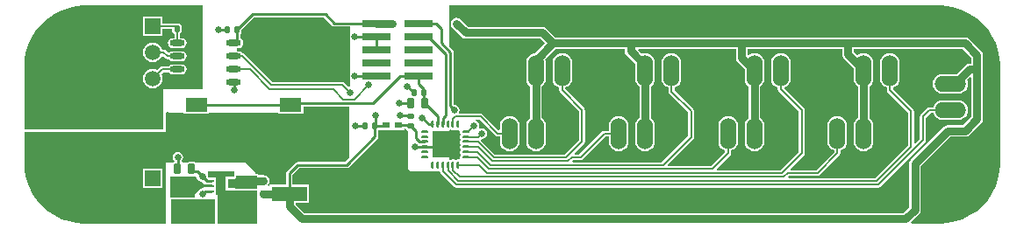
<source format=gtl>
G04 Layer_Physical_Order=1*
G04 Layer_Color=255*
%FSLAX23Y23*%
%MOIN*%
G70*
G01*
G75*
G04:AMPARAMS|DCode=10|XSize=29mil|YSize=39mil|CornerRadius=6mil|HoleSize=0mil|Usage=FLASHONLY|Rotation=0.000|XOffset=0mil|YOffset=0mil|HoleType=Round|Shape=RoundedRectangle|*
%AMROUNDEDRECTD10*
21,1,0.029,0.028,0,0,0.0*
21,1,0.017,0.039,0,0,0.0*
1,1,0.012,0.009,-0.014*
1,1,0.012,-0.009,-0.014*
1,1,0.012,-0.009,0.014*
1,1,0.012,0.009,0.014*
%
%ADD10ROUNDEDRECTD10*%
%ADD11R,0.020X0.011*%
%ADD12R,0.035X0.063*%
%ADD13R,0.083X0.065*%
G04:AMPARAMS|DCode=14|XSize=52mil|YSize=60mil|CornerRadius=13mil|HoleSize=0mil|Usage=FLASHONLY|Rotation=180.000|XOffset=0mil|YOffset=0mil|HoleType=Round|Shape=RoundedRectangle|*
%AMROUNDEDRECTD14*
21,1,0.052,0.034,0,0,180.0*
21,1,0.026,0.060,0,0,180.0*
1,1,0.026,-0.013,0.017*
1,1,0.026,0.013,0.017*
1,1,0.026,0.013,-0.017*
1,1,0.026,-0.013,-0.017*
%
%ADD14ROUNDEDRECTD14*%
%ADD15R,0.067X0.043*%
%ADD16R,0.031X0.024*%
G04:AMPARAMS|DCode=17|XSize=22mil|YSize=24mil|CornerRadius=4mil|HoleSize=0mil|Usage=FLASHONLY|Rotation=180.000|XOffset=0mil|YOffset=0mil|HoleType=Round|Shape=RoundedRectangle|*
%AMROUNDEDRECTD17*
21,1,0.022,0.015,0,0,180.0*
21,1,0.013,0.024,0,0,180.0*
1,1,0.009,-0.007,0.008*
1,1,0.009,0.007,0.008*
1,1,0.009,0.007,-0.008*
1,1,0.009,-0.007,-0.008*
%
%ADD17ROUNDEDRECTD17*%
G04:AMPARAMS|DCode=18|XSize=22mil|YSize=24mil|CornerRadius=4mil|HoleSize=0mil|Usage=FLASHONLY|Rotation=90.000|XOffset=0mil|YOffset=0mil|HoleType=Round|Shape=RoundedRectangle|*
%AMROUNDEDRECTD18*
21,1,0.022,0.015,0,0,90.0*
21,1,0.013,0.024,0,0,90.0*
1,1,0.009,0.008,0.007*
1,1,0.009,0.008,-0.007*
1,1,0.009,-0.008,-0.007*
1,1,0.009,-0.008,0.007*
%
%ADD18ROUNDEDRECTD18*%
%ADD19R,0.083X0.055*%
%ADD20R,0.100X0.100*%
%ADD21O,0.010X0.030*%
%ADD22O,0.030X0.010*%
%ADD23R,0.110X0.030*%
%ADD24R,0.134X0.055*%
%ADD25O,0.057X0.024*%
%ADD26C,0.030*%
%ADD27C,0.010*%
%ADD28C,0.008*%
%ADD29C,0.015*%
%ADD30O,0.060X0.120*%
%ADD31R,0.059X0.059*%
%ADD32C,0.059*%
%ADD33C,0.197*%
%ADD34O,0.120X0.060*%
%ADD35C,0.025*%
%ADD36C,0.030*%
G36*
X905Y155D02*
X824D01*
Y158D01*
X795D01*
Y192D01*
X824D01*
Y195D01*
X825D01*
Y205D01*
X905D01*
Y155D01*
D02*
G37*
G36*
X675Y196D02*
Y195D01*
X680Y190D01*
X686Y186D01*
X686Y186D01*
X692Y182D01*
X693Y182D01*
X707Y172D01*
X712Y170D01*
X736Y170D01*
X741Y166D01*
Y164D01*
X736Y160D01*
X707Y160D01*
X686Y151D01*
X670Y135D01*
X670Y122D01*
X580D01*
X575Y126D01*
Y200D01*
X671Y200D01*
X675Y196D01*
D02*
G37*
G36*
X1644Y379D02*
X1646Y378D01*
X1650Y378D01*
X1655Y378D01*
X1657Y379D01*
X1660Y381D01*
X1664Y379D01*
X1665Y378D01*
X1670Y378D01*
X1672Y378D01*
X1676Y374D01*
X1676Y372D01*
X1677Y367D01*
X1678Y366D01*
X1679Y362D01*
X1678Y358D01*
X1677Y357D01*
X1676Y352D01*
X1677Y348D01*
X1678Y346D01*
X1679Y342D01*
X1678Y339D01*
X1677Y337D01*
X1676Y333D01*
X1677Y328D01*
X1678Y326D01*
X1679Y323D01*
X1678Y319D01*
X1677Y318D01*
X1676Y313D01*
X1677Y308D01*
X1678Y307D01*
X1679Y303D01*
X1678Y299D01*
X1677Y298D01*
X1676Y293D01*
X1677Y289D01*
X1678Y287D01*
X1679Y283D01*
X1678Y280D01*
X1677Y278D01*
X1676Y274D01*
X1676Y272D01*
X1672Y268D01*
X1670Y268D01*
X1665Y267D01*
X1664Y266D01*
X1660Y265D01*
X1657Y266D01*
X1655Y267D01*
X1650Y268D01*
X1646Y267D01*
X1644Y266D01*
X1641Y265D01*
X1637Y266D01*
X1635Y267D01*
X1635Y267D01*
Y378D01*
X1635Y378D01*
X1637Y379D01*
X1641Y381D01*
X1644Y379D01*
D02*
G37*
G36*
X3500Y853D02*
Y853D01*
X3505Y853D01*
X3530Y851D01*
X3559Y845D01*
X3587Y836D01*
X3614Y822D01*
X3639Y806D01*
X3661Y786D01*
X3681Y764D01*
X3697Y739D01*
X3711Y712D01*
X3720Y684D01*
X3726Y655D01*
X3728Y628D01*
Y247D01*
X3726Y220D01*
X3720Y191D01*
X3711Y163D01*
X3697Y136D01*
X3681Y111D01*
X3661Y89D01*
X3639Y69D01*
X3614Y53D01*
X3587Y39D01*
X3559Y30D01*
X3530Y24D01*
X3501Y22D01*
X3500Y22D01*
X3391D01*
X3389Y27D01*
X3421Y59D01*
X3426Y66D01*
X3427Y75D01*
Y241D01*
X3539Y353D01*
X3595D01*
X3604Y354D01*
X3611Y359D01*
X3656Y404D01*
X3661Y411D01*
X3662Y420D01*
Y610D01*
Y665D01*
X3661Y674D01*
X3656Y681D01*
X3611Y726D01*
X3604Y731D01*
X3595Y732D01*
X2039D01*
X2006Y766D01*
X1999Y771D01*
X1990Y772D01*
X1708D01*
X1680Y800D01*
X1673Y805D01*
X1664Y807D01*
X1656Y805D01*
X1649Y800D01*
X1644Y793D01*
X1642Y784D01*
X1644Y776D01*
X1649Y769D01*
X1683Y734D01*
X1690Y729D01*
X1699Y728D01*
X1981D01*
X1998Y710D01*
X1960Y672D01*
X1955Y671D01*
X1946Y667D01*
X1939Y661D01*
X1933Y654D01*
X1929Y645D01*
X1928Y635D01*
Y575D01*
X1929Y565D01*
X1933Y556D01*
X1939Y549D01*
X1943Y546D01*
Y424D01*
X1939Y421D01*
X1933Y414D01*
X1929Y405D01*
X1928Y395D01*
Y335D01*
X1929Y325D01*
X1933Y316D01*
X1939Y309D01*
X1946Y303D01*
X1955Y299D01*
X1965Y298D01*
X1975Y299D01*
X1984Y303D01*
X1991Y309D01*
X1997Y316D01*
X2001Y325D01*
X2002Y335D01*
Y395D01*
X2001Y405D01*
X1997Y414D01*
X1991Y421D01*
X1987Y424D01*
Y546D01*
X1991Y549D01*
X1997Y556D01*
X2001Y565D01*
X2002Y575D01*
Y635D01*
X2001Y645D01*
X2000Y648D01*
X2039Y688D01*
X2303D01*
Y680D01*
X2304Y671D01*
X2309Y664D01*
X2343Y631D01*
Y575D01*
X2344Y565D01*
X2348Y556D01*
X2354Y549D01*
X2358Y546D01*
Y424D01*
X2354Y421D01*
X2348Y414D01*
X2344Y405D01*
X2343Y395D01*
Y335D01*
X2344Y325D01*
X2348Y316D01*
X2354Y309D01*
X2361Y303D01*
X2370Y299D01*
X2380Y298D01*
X2390Y299D01*
X2399Y303D01*
X2406Y309D01*
X2412Y316D01*
X2416Y325D01*
X2417Y335D01*
Y395D01*
X2416Y405D01*
X2412Y414D01*
X2406Y421D01*
X2402Y424D01*
Y546D01*
X2406Y549D01*
X2412Y556D01*
X2416Y565D01*
X2417Y575D01*
Y635D01*
X2416Y645D01*
X2412Y654D01*
X2406Y661D01*
X2399Y667D01*
X2390Y671D01*
X2380Y672D01*
X2370Y671D01*
X2367Y670D01*
X2354Y683D01*
X2356Y688D01*
X2725D01*
Y653D01*
X2726Y644D01*
X2731Y637D01*
X2758Y611D01*
Y575D01*
X2759Y565D01*
X2763Y556D01*
X2769Y549D01*
X2773Y546D01*
Y424D01*
X2769Y421D01*
X2763Y414D01*
X2759Y405D01*
X2758Y395D01*
Y335D01*
X2759Y325D01*
X2763Y316D01*
X2769Y309D01*
X2776Y303D01*
X2785Y299D01*
X2795Y298D01*
X2805Y299D01*
X2814Y303D01*
X2821Y309D01*
X2827Y316D01*
X2831Y325D01*
X2832Y335D01*
Y395D01*
X2831Y405D01*
X2827Y414D01*
X2821Y421D01*
X2817Y424D01*
Y546D01*
X2821Y549D01*
X2827Y556D01*
X2831Y565D01*
X2832Y575D01*
Y635D01*
X2831Y645D01*
X2827Y654D01*
X2821Y661D01*
X2814Y667D01*
X2805Y671D01*
X2795Y672D01*
X2785Y671D01*
X2776Y667D01*
X2774Y666D01*
X2769Y668D01*
Y688D01*
X3128D01*
Y669D01*
X3129Y660D01*
X3134Y653D01*
X3173Y614D01*
Y575D01*
X3174Y565D01*
X3178Y556D01*
X3184Y549D01*
X3188Y546D01*
Y424D01*
X3184Y421D01*
X3178Y414D01*
X3174Y405D01*
X3173Y395D01*
Y335D01*
X3174Y325D01*
X3178Y316D01*
X3184Y309D01*
X3191Y303D01*
X3200Y299D01*
X3210Y298D01*
X3220Y299D01*
X3229Y303D01*
X3236Y309D01*
X3242Y316D01*
X3246Y325D01*
X3247Y335D01*
Y395D01*
X3246Y405D01*
X3242Y414D01*
X3236Y421D01*
X3232Y424D01*
Y546D01*
X3236Y549D01*
X3242Y556D01*
X3246Y565D01*
X3247Y575D01*
Y635D01*
X3246Y645D01*
X3242Y654D01*
X3236Y661D01*
X3229Y667D01*
X3220Y671D01*
X3210Y672D01*
X3200Y671D01*
X3191Y667D01*
X3187Y664D01*
X3172Y678D01*
Y688D01*
X3586D01*
X3618Y656D01*
Y632D01*
X3611D01*
X3603Y631D01*
X3595Y626D01*
X3562Y592D01*
X3510D01*
X3500Y591D01*
X3491Y587D01*
X3484Y581D01*
X3478Y574D01*
X3474Y565D01*
X3473Y555D01*
X3474Y545D01*
X3478Y536D01*
X3484Y529D01*
X3491Y523D01*
X3500Y519D01*
X3510Y518D01*
X3570D01*
X3580Y519D01*
X3589Y523D01*
X3596Y529D01*
X3602Y536D01*
X3606Y545D01*
X3607Y555D01*
X3606Y565D01*
X3604Y571D01*
X3613Y580D01*
X3618Y578D01*
Y429D01*
X3586Y397D01*
X3530D01*
X3521Y396D01*
X3514Y391D01*
X3389Y266D01*
X3384Y259D01*
X3383Y250D01*
Y84D01*
X3361Y62D01*
X1084D01*
X1051Y95D01*
X1053Y100D01*
X1102D01*
Y170D01*
X1040D01*
Y208D01*
X1065Y233D01*
X1245D01*
X1250Y234D01*
X1254Y236D01*
X1362Y345D01*
X1365Y349D01*
X1366Y354D01*
Y377D01*
X1367Y378D01*
X1372Y379D01*
X1372Y379D01*
X1372Y379D01*
X1417D01*
Y379D01*
X1419D01*
Y379D01*
X1465D01*
Y384D01*
X1470Y384D01*
X1470Y383D01*
X1472Y379D01*
X1476Y377D01*
X1480Y376D01*
Y330D01*
Y230D01*
X1490Y220D01*
X1492Y222D01*
X1600D01*
X1601Y217D01*
X1603Y214D01*
X1654Y163D01*
D01*
X1655Y162D01*
X1655Y162D01*
X1658Y160D01*
X1663Y159D01*
X3265D01*
X3265Y159D01*
X3269Y160D01*
X3273Y162D01*
X3443Y332D01*
X3445Y336D01*
X3446Y340D01*
X3446Y340D01*
Y425D01*
X3465Y444D01*
X3475D01*
X3478Y436D01*
X3484Y429D01*
X3491Y423D01*
X3500Y419D01*
X3510Y418D01*
X3570D01*
X3580Y419D01*
X3589Y423D01*
X3596Y429D01*
X3602Y436D01*
X3606Y445D01*
X3607Y455D01*
X3606Y465D01*
X3602Y474D01*
X3596Y481D01*
X3589Y487D01*
X3580Y491D01*
X3570Y492D01*
X3510D01*
X3500Y491D01*
X3491Y487D01*
X3484Y481D01*
X3478Y474D01*
X3475Y466D01*
X3460D01*
X3456Y465D01*
X3452Y463D01*
X3452Y463D01*
X3427Y438D01*
X3425Y434D01*
X3424Y430D01*
X3424Y430D01*
Y345D01*
X3406Y327D01*
X3401Y329D01*
Y450D01*
X3401Y450D01*
X3400Y454D01*
X3398Y458D01*
X3398Y458D01*
X3321Y535D01*
Y540D01*
X3329Y543D01*
X3336Y549D01*
X3342Y556D01*
X3346Y565D01*
X3347Y575D01*
Y635D01*
X3346Y645D01*
X3342Y654D01*
X3336Y661D01*
X3329Y667D01*
X3320Y671D01*
X3310Y672D01*
X3300Y671D01*
X3291Y667D01*
X3284Y661D01*
X3278Y654D01*
X3274Y645D01*
X3273Y635D01*
Y575D01*
X3274Y565D01*
X3278Y556D01*
X3284Y549D01*
X3291Y543D01*
X3299Y540D01*
Y530D01*
X3299Y530D01*
X3300Y526D01*
X3302Y522D01*
X3379Y445D01*
Y321D01*
X3254Y196D01*
X2926D01*
X2924Y201D01*
X2926Y204D01*
X3035D01*
X3035Y204D01*
X3039Y205D01*
X3043Y207D01*
X3118Y282D01*
X3118Y282D01*
X3120Y286D01*
X3121Y290D01*
Y300D01*
X3129Y303D01*
X3136Y309D01*
X3142Y316D01*
X3146Y325D01*
X3147Y335D01*
Y395D01*
X3146Y405D01*
X3142Y414D01*
X3136Y421D01*
X3129Y427D01*
X3120Y431D01*
X3110Y432D01*
X3100Y431D01*
X3091Y427D01*
X3084Y421D01*
X3078Y414D01*
X3074Y405D01*
X3073Y395D01*
Y335D01*
X3074Y325D01*
X3078Y316D01*
X3084Y309D01*
X3091Y303D01*
X3099Y300D01*
Y295D01*
X3030Y226D01*
X2934D01*
X2932Y231D01*
X2983Y282D01*
X2983Y282D01*
X2985Y286D01*
X2986Y290D01*
Y455D01*
X2986Y455D01*
X2985Y459D01*
X2983Y463D01*
X2983Y463D01*
X2909Y536D01*
X2910Y541D01*
X2914Y543D01*
X2921Y549D01*
X2927Y556D01*
X2931Y565D01*
X2932Y575D01*
Y635D01*
X2931Y645D01*
X2927Y654D01*
X2921Y661D01*
X2914Y667D01*
X2905Y671D01*
X2895Y672D01*
X2885Y671D01*
X2876Y667D01*
X2869Y661D01*
X2863Y654D01*
X2859Y645D01*
X2858Y635D01*
Y575D01*
X2859Y565D01*
X2863Y556D01*
X2869Y549D01*
X2876Y543D01*
X2884Y540D01*
Y535D01*
X2884Y535D01*
X2885Y531D01*
X2887Y527D01*
X2964Y450D01*
Y295D01*
X2895Y226D01*
X2654D01*
X2652Y231D01*
X2703Y282D01*
X2703Y282D01*
X2705Y286D01*
X2706Y290D01*
X2706Y290D01*
Y300D01*
X2714Y303D01*
X2721Y309D01*
X2727Y316D01*
X2731Y325D01*
X2732Y335D01*
Y395D01*
X2731Y405D01*
X2727Y414D01*
X2721Y421D01*
X2714Y427D01*
X2705Y431D01*
X2695Y432D01*
X2685Y431D01*
X2676Y427D01*
X2669Y421D01*
X2663Y414D01*
X2659Y405D01*
X2658Y395D01*
Y335D01*
X2659Y325D01*
X2663Y316D01*
X2669Y309D01*
X2676Y303D01*
X2684Y300D01*
Y295D01*
X2630Y241D01*
X2467D01*
X2465Y246D01*
X2563Y344D01*
X2563Y344D01*
X2565Y348D01*
X2566Y352D01*
X2566Y352D01*
Y450D01*
X2565Y454D01*
X2563Y458D01*
X2563Y458D01*
X2491Y530D01*
Y540D01*
X2499Y543D01*
X2506Y549D01*
X2512Y556D01*
X2516Y565D01*
X2517Y575D01*
Y635D01*
X2516Y645D01*
X2512Y654D01*
X2506Y661D01*
X2499Y667D01*
X2490Y671D01*
X2480Y672D01*
X2470Y671D01*
X2461Y667D01*
X2454Y661D01*
X2448Y654D01*
X2444Y645D01*
X2443Y635D01*
Y575D01*
X2444Y565D01*
X2448Y556D01*
X2454Y549D01*
X2461Y543D01*
X2469Y540D01*
Y525D01*
X2469Y525D01*
X2470Y521D01*
X2472Y517D01*
X2544Y445D01*
Y357D01*
X2443Y256D01*
X2106D01*
X2104Y261D01*
X2106Y264D01*
X2135D01*
X2135Y264D01*
X2139Y265D01*
X2143Y267D01*
X2230Y354D01*
X2243D01*
Y335D01*
X2244Y325D01*
X2248Y316D01*
X2254Y309D01*
X2261Y303D01*
X2270Y299D01*
X2280Y298D01*
X2290Y299D01*
X2299Y303D01*
X2306Y309D01*
X2312Y316D01*
X2316Y325D01*
X2317Y335D01*
Y395D01*
X2316Y405D01*
X2312Y414D01*
X2306Y421D01*
X2299Y427D01*
X2290Y431D01*
X2280Y432D01*
X2270Y431D01*
X2261Y427D01*
X2254Y421D01*
X2248Y414D01*
X2244Y405D01*
X2243Y395D01*
Y376D01*
X2225D01*
X2221Y375D01*
X2217Y373D01*
X2217Y373D01*
X2130Y286D01*
X2114D01*
X2112Y291D01*
X2148Y327D01*
X2148Y327D01*
X2150Y331D01*
X2151Y335D01*
X2151Y335D01*
Y455D01*
X2150Y459D01*
X2148Y463D01*
X2148Y463D01*
X2076Y535D01*
Y540D01*
X2084Y543D01*
X2091Y549D01*
X2097Y556D01*
X2101Y565D01*
X2102Y575D01*
Y635D01*
X2101Y645D01*
X2097Y654D01*
X2091Y661D01*
X2084Y667D01*
X2075Y671D01*
X2065Y672D01*
X2055Y671D01*
X2046Y667D01*
X2039Y661D01*
X2033Y654D01*
X2029Y645D01*
X2028Y635D01*
Y575D01*
X2029Y565D01*
X2033Y556D01*
X2039Y549D01*
X2046Y543D01*
X2054Y540D01*
Y530D01*
X2054Y530D01*
X2055Y526D01*
X2057Y522D01*
X2129Y450D01*
Y340D01*
X2075Y286D01*
X1810D01*
X1757Y339D01*
X1756Y341D01*
X1759Y345D01*
X1760Y345D01*
X1768Y347D01*
X1774Y351D01*
X1778Y357D01*
X1780Y365D01*
X1778Y373D01*
X1774Y379D01*
X1768Y383D01*
X1760Y385D01*
X1752Y383D01*
X1751Y383D01*
X1748Y386D01*
X1748Y387D01*
X1750Y395D01*
X1748Y403D01*
X1744Y409D01*
X1738Y413D01*
X1736Y414D01*
X1736Y419D01*
X1750D01*
X1812Y357D01*
X1812Y357D01*
X1816Y355D01*
X1820Y354D01*
X1820Y354D01*
X1828D01*
Y335D01*
X1829Y325D01*
X1833Y316D01*
X1839Y309D01*
X1846Y303D01*
X1855Y299D01*
X1865Y298D01*
X1875Y299D01*
X1884Y303D01*
X1891Y309D01*
X1897Y316D01*
X1901Y325D01*
X1902Y335D01*
Y395D01*
X1901Y405D01*
X1897Y414D01*
X1891Y421D01*
X1884Y427D01*
X1875Y431D01*
X1865Y432D01*
X1855Y431D01*
X1846Y427D01*
X1839Y421D01*
X1833Y414D01*
X1829Y405D01*
X1828Y395D01*
Y380D01*
X1823Y378D01*
X1763Y438D01*
X1759Y440D01*
X1755Y441D01*
X1755Y441D01*
X1675D01*
X1672Y446D01*
X1673Y447D01*
X1675Y455D01*
X1673Y463D01*
X1669Y469D01*
X1663Y473D01*
X1655Y475D01*
X1652Y479D01*
Y676D01*
X1651Y681D01*
X1648Y685D01*
X1635Y698D01*
Y853D01*
X3500D01*
X3500Y853D01*
D02*
G37*
G36*
X745Y22D02*
X580D01*
Y115D01*
X745D01*
Y22D01*
D02*
G37*
G36*
X820Y210D02*
X820Y210D01*
X818Y208D01*
X818Y205D01*
Y200D01*
X787D01*
Y148D01*
X824D01*
X824Y148D01*
X905D01*
Y22D01*
X755D01*
Y130D01*
X750D01*
Y190D01*
Y199D01*
X720D01*
Y220D01*
X820D01*
Y210D01*
D02*
G37*
G36*
X1191Y776D02*
X1195Y774D01*
X1200Y773D01*
X1260D01*
Y545D01*
X1251D01*
X1238Y558D01*
X1234Y560D01*
X1230Y561D01*
X1230Y561D01*
X965D01*
X858Y668D01*
X854Y670D01*
X850Y671D01*
X850Y671D01*
X849D01*
X848Y674D01*
X841Y678D01*
X834Y679D01*
X829D01*
Y691D01*
X834D01*
X841Y692D01*
X848Y696D01*
X852Y703D01*
X853Y710D01*
X852Y717D01*
X848Y724D01*
X841Y728D01*
X841Y728D01*
Y742D01*
X844Y744D01*
X846Y748D01*
X847Y752D01*
Y761D01*
X894Y808D01*
X1160D01*
X1191Y776D01*
D02*
G37*
G36*
X1255Y272D02*
X1240Y257D01*
X1060D01*
X1055Y256D01*
X1051Y254D01*
X1019Y221D01*
X1016Y217D01*
X1015Y213D01*
Y170D01*
X954D01*
Y165D01*
X948D01*
X946Y170D01*
X951Y176D01*
X952Y185D01*
X951Y194D01*
X946Y201D01*
X939Y206D01*
X930Y207D01*
X912D01*
X912Y208D01*
X910Y210D01*
X908Y212D01*
X905Y212D01*
X900D01*
Y215D01*
X875Y240D01*
X860Y255D01*
X672D01*
X671Y256D01*
X666Y257D01*
X648D01*
X643Y256D01*
X642Y255D01*
X623D01*
X621Y257D01*
X619Y261D01*
X623Y267D01*
X625Y275D01*
X623Y283D01*
X619Y289D01*
X613Y293D01*
X605Y295D01*
X597Y293D01*
X591Y289D01*
X587Y283D01*
X585Y275D01*
X587Y267D01*
X591Y261D01*
X590Y259D01*
X589Y256D01*
X588Y255D01*
X560D01*
Y22D01*
X250D01*
X249Y22D01*
X220Y24D01*
X191Y30D01*
X163Y39D01*
X136Y53D01*
X111Y69D01*
X89Y89D01*
X69Y111D01*
X53Y136D01*
X39Y163D01*
X30Y191D01*
X24Y220D01*
X22Y249D01*
X22Y250D01*
Y370D01*
X560D01*
Y445D01*
X565Y450D01*
X570Y445D01*
X627D01*
Y440D01*
X723D01*
Y445D01*
X985D01*
Y440D01*
X1082D01*
Y468D01*
X1255D01*
Y272D01*
D02*
G37*
G36*
X700Y535D02*
X550Y535D01*
Y384D01*
X546Y380D01*
X22Y380D01*
Y628D01*
X24Y655D01*
X30Y684D01*
X39Y712D01*
X53Y739D01*
X69Y764D01*
X89Y786D01*
X111Y806D01*
X136Y822D01*
X163Y836D01*
X191Y845D01*
X220Y851D01*
X245Y853D01*
X245Y853D01*
X250Y853D01*
X250D01*
X255Y853D01*
X255D01*
X255D01*
X700D01*
Y535D01*
D02*
G37*
%LPC*%
G36*
X510Y712D02*
X500Y711D01*
X492Y707D01*
X484Y701D01*
X478Y693D01*
X474Y685D01*
X473Y675D01*
X474Y665D01*
X478Y657D01*
X484Y649D01*
X492Y643D01*
X500Y639D01*
X510Y638D01*
X520Y639D01*
X528Y643D01*
X536Y649D01*
X542Y657D01*
X543Y659D01*
X549Y660D01*
X557Y652D01*
X557Y652D01*
X561Y650D01*
X565Y649D01*
X565Y649D01*
X571D01*
X572Y646D01*
X579Y642D01*
X586Y641D01*
X619D01*
X627Y642D01*
X633Y646D01*
X637Y653D01*
X639Y660D01*
X637Y667D01*
X633Y674D01*
X627Y678D01*
X619Y679D01*
X586D01*
X579Y678D01*
X572Y674D01*
X567Y674D01*
X558Y683D01*
X554Y685D01*
X550Y686D01*
X550Y686D01*
X545D01*
X542Y693D01*
X536Y701D01*
X528Y707D01*
X520Y711D01*
X510Y712D01*
D02*
G37*
G36*
X547Y812D02*
X473D01*
Y738D01*
X547D01*
Y764D01*
X583D01*
Y757D01*
X584Y753D01*
X586Y749D01*
X590Y747D01*
X592Y746D01*
Y729D01*
X586D01*
X579Y728D01*
X572Y724D01*
X568Y717D01*
X567Y710D01*
X568Y703D01*
X572Y696D01*
X579Y692D01*
X586Y691D01*
X619D01*
X627Y692D01*
X633Y696D01*
X637Y703D01*
X639Y710D01*
X637Y717D01*
X633Y724D01*
X627Y728D01*
X619Y729D01*
X614D01*
Y748D01*
X616Y749D01*
X619Y753D01*
X620Y757D01*
Y773D01*
X619Y777D01*
X616Y781D01*
X612Y783D01*
X608Y784D01*
X597D01*
X596Y785D01*
X591Y786D01*
X591Y786D01*
X547D01*
Y812D01*
D02*
G37*
G36*
Y232D02*
X473D01*
Y158D01*
X547D01*
Y232D01*
D02*
G37*
G36*
X619Y629D02*
X586D01*
X579Y628D01*
X572Y624D01*
X571Y621D01*
X545D01*
X545Y621D01*
X541Y620D01*
X537Y618D01*
X537Y618D01*
X527Y608D01*
X520Y611D01*
X510Y612D01*
X500Y611D01*
X492Y607D01*
X484Y601D01*
X478Y593D01*
X474Y585D01*
X473Y575D01*
X474Y565D01*
X478Y557D01*
X484Y549D01*
X492Y543D01*
X500Y539D01*
X510Y538D01*
X520Y539D01*
X528Y543D01*
X536Y549D01*
X542Y557D01*
X546Y565D01*
X547Y575D01*
X546Y585D01*
X543Y592D01*
X550Y599D01*
X571D01*
X572Y596D01*
X579Y592D01*
X586Y591D01*
X619D01*
X627Y592D01*
X633Y596D01*
X637Y603D01*
X639Y610D01*
X637Y617D01*
X633Y624D01*
X627Y628D01*
X619Y629D01*
D02*
G37*
%LPD*%
D10*
X603Y230D02*
D03*
X657D02*
D03*
X1542Y480D02*
D03*
X1488D02*
D03*
D11*
X807Y145D02*
D03*
Y165D02*
D03*
Y185D02*
D03*
Y205D02*
D03*
X733D02*
D03*
Y185D02*
D03*
Y165D02*
D03*
Y145D02*
D03*
D12*
X770Y175D02*
D03*
D13*
X625Y75D02*
D03*
Y155D02*
D03*
D14*
X717Y85D02*
D03*
X792D02*
D03*
D15*
X865Y78D02*
D03*
Y182D02*
D03*
D16*
X1442Y398D02*
D03*
X1395D02*
D03*
D17*
X1354Y395D02*
D03*
X1316D02*
D03*
X1539Y520D02*
D03*
X1501D02*
D03*
X829Y760D02*
D03*
X791D02*
D03*
X601Y765D02*
D03*
X639D02*
D03*
D18*
X1488Y394D02*
D03*
Y432D02*
D03*
D19*
X1033Y475D02*
D03*
Y298D02*
D03*
X675D02*
D03*
Y475D02*
D03*
D20*
X1621Y323D02*
D03*
D21*
X1572Y400D02*
D03*
X1591D02*
D03*
X1611D02*
D03*
X1631D02*
D03*
X1650D02*
D03*
X1670D02*
D03*
Y246D02*
D03*
X1650D02*
D03*
X1631D02*
D03*
X1611D02*
D03*
X1591D02*
D03*
X1572D02*
D03*
D22*
X1698Y372D02*
D03*
Y352D02*
D03*
Y333D02*
D03*
Y313D02*
D03*
Y293D02*
D03*
Y274D02*
D03*
X1544D02*
D03*
Y293D02*
D03*
Y313D02*
D03*
Y333D02*
D03*
Y352D02*
D03*
Y372D02*
D03*
D23*
X1520Y585D02*
D03*
X1360D02*
D03*
X1520Y635D02*
D03*
X1360D02*
D03*
X1520Y685D02*
D03*
X1360D02*
D03*
X1520Y735D02*
D03*
X1360D02*
D03*
X1520Y785D02*
D03*
X1360D02*
D03*
D24*
X1232Y135D02*
D03*
X1028D02*
D03*
D25*
X603Y710D02*
D03*
Y660D02*
D03*
Y610D02*
D03*
Y560D02*
D03*
X817Y710D02*
D03*
Y660D02*
D03*
Y610D02*
D03*
Y560D02*
D03*
D26*
X3640Y610D02*
Y665D01*
Y420D02*
Y610D01*
X3540Y555D02*
X3556D01*
X3611Y610D01*
X3640D01*
X3150Y710D02*
X3595D01*
X2745D02*
X3150D01*
X3210Y605D02*
Y609D01*
X3150Y669D02*
X3210Y609D01*
X3150Y669D02*
Y710D01*
X2325D02*
X2745D01*
X2747Y653D02*
X2795Y605D01*
X2747Y653D02*
Y708D01*
X2745Y710D02*
X2747Y708D01*
X2030Y710D02*
X2325D01*
Y680D02*
X2380Y625D01*
X2325Y680D02*
Y710D01*
X3595Y375D02*
X3640Y420D01*
X3530Y375D02*
X3595D01*
X3405Y250D02*
X3530Y375D01*
X3405Y75D02*
Y250D01*
X3370Y40D02*
X3405Y75D01*
X1965Y365D02*
Y605D01*
Y645D01*
X2380Y365D02*
Y605D01*
X3210Y365D02*
Y605D01*
X1990Y750D02*
X2030Y710D01*
X1360Y785D02*
X1419D01*
X2795Y365D02*
Y605D01*
X1699Y750D02*
X1990D01*
X1664Y784D02*
X1699Y750D01*
X3595Y710D02*
X3640Y665D01*
X930Y135D02*
X1028D01*
X930Y135D02*
X930Y135D01*
X1180D02*
Y185D01*
X1280Y135D02*
Y185D01*
X868D02*
X930D01*
X865Y182D02*
X868Y185D01*
X2380Y605D02*
Y625D01*
X1965Y645D02*
X2030Y710D01*
X1028Y87D02*
Y135D01*
Y87D02*
X1075Y40D01*
X3370D01*
D27*
X710Y145D02*
X733D01*
X700Y135D02*
X710Y145D01*
X715Y185D02*
X733D01*
X700Y200D02*
X715Y185D01*
X680Y220D02*
X700Y200D01*
X667Y220D02*
X680D01*
X657Y230D02*
X667Y220D01*
X1442Y398D02*
X1485D01*
X1508Y348D02*
Y374D01*
Y348D02*
X1523Y333D01*
X1544D01*
X1488Y394D02*
X1508Y374D01*
X1485Y398D02*
X1488Y394D01*
X1391D02*
X1395Y398D01*
X1611Y400D02*
Y423D01*
X1623Y435D01*
X1533Y425D02*
X1558Y400D01*
X1572D01*
X1448Y435D02*
X1485D01*
X1488Y432D01*
X605Y232D02*
Y275D01*
X603Y230D02*
X605Y232D01*
X1640Y470D02*
X1655Y455D01*
X1355Y396D02*
Y435D01*
X1354Y395D02*
X1355Y396D01*
X1450Y585D02*
X1520D01*
Y735D02*
X1557D01*
X1623Y669D01*
Y435D02*
Y669D01*
X1605Y711D02*
X1640Y676D01*
Y470D02*
Y676D01*
X1520Y555D02*
Y585D01*
Y555D02*
X1539Y536D01*
X1591Y400D02*
Y430D01*
X1539Y483D02*
Y520D01*
Y536D01*
Y483D02*
X1542Y480D01*
X1591Y430D01*
X1445Y480D02*
X1488D01*
X1475Y545D02*
X1476D01*
X1501Y520D01*
X1360Y685D02*
Y735D01*
X1275D02*
X1360D01*
X1275Y585D02*
X1360D01*
X1280Y395D02*
X1316D01*
X675Y475D02*
X1033D01*
X829Y721D02*
Y760D01*
X1345Y481D02*
X1450Y585D01*
X1033Y475D02*
X1039Y481D01*
X1345D01*
X675Y298D02*
X677Y300D01*
X750D01*
X965D02*
X1031D01*
X1033Y298D01*
X1180Y135D02*
X1232D01*
X1200Y785D02*
X1360D01*
X1165Y820D02*
X1200Y785D01*
X889Y820D02*
X1165D01*
X829Y760D02*
X889Y820D01*
X639Y765D02*
X670D01*
X760Y760D02*
X791D01*
X820Y530D02*
Y557D01*
X817Y560D02*
X820Y557D01*
X1245Y245D02*
X1354Y354D01*
Y394D01*
Y395D01*
Y394D02*
X1391D01*
X1611Y313D02*
X1621Y323D01*
X1507Y313D02*
X1544D01*
X1505Y315D02*
X1507Y313D01*
X1544D02*
X1611D01*
X1520Y785D02*
X1585D01*
X1605Y765D01*
Y711D02*
Y765D01*
X1028Y135D02*
Y213D01*
X1060Y245D01*
X1245D01*
D28*
X1698Y333D02*
X1747D01*
X1698Y313D02*
X1746D01*
X1698Y293D02*
X1744D01*
X1698Y274D02*
X1743D01*
X1670Y246D02*
X1749D01*
X1650Y225D02*
Y246D01*
X1631Y223D02*
Y246D01*
X1611Y222D02*
Y246D01*
X1698Y372D02*
X1707D01*
X1730Y395D01*
X1611Y222D02*
X1663Y170D01*
X1631Y223D02*
X1669Y185D01*
X1650Y225D02*
X1675Y200D01*
X1747Y333D02*
X1805Y275D01*
X2080D01*
X2140Y335D01*
X1799Y260D02*
X2086D01*
X1793Y245D02*
X2448D01*
X1746Y313D02*
X1799Y260D01*
X2086D02*
X2101Y275D01*
X1744Y293D02*
X1793Y245D01*
X2448D02*
X2555Y352D01*
X1743Y274D02*
X1786Y230D01*
X1749Y246D02*
X1780Y215D01*
X2900D01*
X2975Y290D01*
X1675Y200D02*
X2906D01*
X2921Y215D01*
X1698Y352D02*
X1747D01*
X1760Y365D01*
X3540Y455D02*
X3540Y455D01*
X1663Y170D02*
X3265D01*
X1669Y185D02*
X3259D01*
X3390Y316D01*
X510Y775D02*
X591D01*
X603Y710D02*
Y764D01*
X591Y775D02*
X601Y765D01*
X603Y764D01*
X817Y660D02*
X850D01*
X960Y550D01*
X1230D01*
X817Y610D02*
X879D01*
X954Y535D01*
X1195D01*
X1234Y496D02*
X1276D01*
X1330Y550D01*
X1195Y535D02*
X1234Y496D01*
X1230Y550D02*
X1260Y520D01*
X510Y675D02*
X550D01*
X565Y660D01*
X603D01*
X510Y575D02*
X545Y610D01*
X603D01*
X660Y560D02*
X660Y560D01*
X1650Y400D02*
Y420D01*
X1660Y430D01*
X1755D01*
X1820Y365D01*
X1865D01*
X2065Y530D02*
Y605D01*
Y530D02*
X2140Y455D01*
Y335D02*
Y455D01*
X2101Y275D02*
X2135D01*
X2225Y365D01*
X2280D01*
X2480Y525D02*
Y605D01*
Y525D02*
X2555Y450D01*
Y352D02*
Y450D01*
X1786Y230D02*
X2635D01*
X2695Y290D01*
Y365D01*
X2895Y535D02*
Y605D01*
Y535D02*
X2975Y455D01*
Y290D02*
Y455D01*
X2921Y215D02*
X3035D01*
X3110Y290D01*
Y365D01*
X3310Y530D02*
Y605D01*
Y530D02*
X3390Y450D01*
Y316D02*
Y450D01*
X3460Y455D02*
X3540D01*
X3265Y170D02*
X3435Y340D01*
Y430D01*
X3460Y455D01*
D29*
X603Y560D02*
X660D01*
D30*
X2065Y605D02*
D03*
X1965D02*
D03*
X1865D02*
D03*
X2480D02*
D03*
X2380D02*
D03*
X2280D02*
D03*
X2895D02*
D03*
X2795D02*
D03*
X2695D02*
D03*
X3110Y365D02*
D03*
X3210D02*
D03*
X3310D02*
D03*
X1865D02*
D03*
X1965D02*
D03*
X2065D02*
D03*
X3310Y605D02*
D03*
X3210D02*
D03*
X3110D02*
D03*
X2280Y365D02*
D03*
X2380D02*
D03*
X2480D02*
D03*
X2695D02*
D03*
X2795D02*
D03*
X2895D02*
D03*
D31*
X510Y195D02*
D03*
Y775D02*
D03*
D32*
Y95D02*
D03*
Y475D02*
D03*
Y675D02*
D03*
Y575D02*
D03*
D33*
X3540Y200D02*
D03*
X1000Y700D02*
D03*
D34*
X3540Y455D02*
D03*
Y555D02*
D03*
Y655D02*
D03*
D35*
X770Y159D02*
D03*
Y191D02*
D03*
X700Y135D02*
D03*
Y200D02*
D03*
X690Y35D02*
D03*
X605Y275D02*
D03*
X1533Y425D02*
D03*
X1448Y435D02*
D03*
X1730Y395D02*
D03*
X1760Y365D02*
D03*
X1419Y785D02*
D03*
X1355Y435D02*
D03*
X1280Y395D02*
D03*
X1643Y301D02*
D03*
X1599D02*
D03*
X1643Y344D02*
D03*
X1599D02*
D03*
X1655Y455D02*
D03*
X1445Y480D02*
D03*
X1475Y545D02*
D03*
X1665Y785D02*
D03*
X1330Y550D02*
D03*
X1260Y520D02*
D03*
X1275Y735D02*
D03*
Y585D02*
D03*
X750Y300D02*
D03*
X965D02*
D03*
X760Y760D02*
D03*
X670Y765D02*
D03*
X660Y560D02*
D03*
X820Y530D02*
D03*
X1505Y315D02*
D03*
X430Y50D02*
D03*
X340D02*
D03*
X250D02*
D03*
X145Y85D02*
D03*
X80Y150D02*
D03*
X50Y235D02*
D03*
X45Y330D02*
D03*
Y410D02*
D03*
Y505D02*
D03*
Y590D02*
D03*
X65Y690D02*
D03*
X105Y755D02*
D03*
X170Y810D02*
D03*
X245Y825D02*
D03*
X330D02*
D03*
X425D02*
D03*
X510Y835D02*
D03*
X610D02*
D03*
X680D02*
D03*
X130Y410D02*
D03*
X220D02*
D03*
X315D02*
D03*
X415D02*
D03*
X505D02*
D03*
X130Y330D02*
D03*
X220D02*
D03*
X310D02*
D03*
X415Y325D02*
D03*
X500D02*
D03*
X1655Y835D02*
D03*
X1740D02*
D03*
X1825D02*
D03*
X1910D02*
D03*
X1995D02*
D03*
X2080D02*
D03*
X2165D02*
D03*
X2250D02*
D03*
X2335D02*
D03*
X2420D02*
D03*
X2505D02*
D03*
X2590D02*
D03*
X2675D02*
D03*
X2760D02*
D03*
X2845D02*
D03*
X2930D02*
D03*
X3015D02*
D03*
X3100D02*
D03*
X3185D02*
D03*
X3270D02*
D03*
X3355D02*
D03*
X3440D02*
D03*
X3525D02*
D03*
X3595Y795D02*
D03*
X1645Y85D02*
D03*
X1725D02*
D03*
X1805D02*
D03*
X1885D02*
D03*
X1965D02*
D03*
X2045D02*
D03*
X2125D02*
D03*
X2205D02*
D03*
X2285D02*
D03*
X2365D02*
D03*
X2445D02*
D03*
X2525D02*
D03*
X2605D02*
D03*
X2685D02*
D03*
X2765D02*
D03*
X2845D02*
D03*
X2925D02*
D03*
X3005D02*
D03*
X3085D02*
D03*
X3165D02*
D03*
X3245D02*
D03*
X3325D02*
D03*
Y165D02*
D03*
X1555Y85D02*
D03*
X1450D02*
D03*
X1335D02*
D03*
X1555Y160D02*
D03*
X1355Y255D02*
D03*
X1415Y320D02*
D03*
Y255D02*
D03*
X1110Y440D02*
D03*
X1225D02*
D03*
Y295D02*
D03*
X1110D02*
D03*
X965Y425D02*
D03*
X750Y430D02*
D03*
X850Y425D02*
D03*
Y295D02*
D03*
X1215Y735D02*
D03*
X1210Y590D02*
D03*
X1110D02*
D03*
X1140Y780D02*
D03*
X1210Y670D02*
D03*
X1680Y665D02*
D03*
Y570D02*
D03*
X1865Y485D02*
D03*
X2065D02*
D03*
X2280D02*
D03*
X2480D02*
D03*
X2895D02*
D03*
X2695D02*
D03*
X3110D02*
D03*
X3310D02*
D03*
X3420Y655D02*
D03*
Y555D02*
D03*
X3005Y605D02*
D03*
Y365D02*
D03*
X2590D02*
D03*
X2595Y485D02*
D03*
Y605D02*
D03*
X2175D02*
D03*
Y365D02*
D03*
Y485D02*
D03*
X3005D02*
D03*
X3420D02*
D03*
X2795Y245D02*
D03*
X2690D02*
D03*
X2885D02*
D03*
X2380Y275D02*
D03*
X2435Y290D02*
D03*
X2285Y275D02*
D03*
X1800Y350D02*
D03*
X1915Y305D02*
D03*
X2015D02*
D03*
X1655Y730D02*
D03*
X1765Y665D02*
D03*
Y570D02*
D03*
X3660Y750D02*
D03*
X3705Y650D02*
D03*
Y575D02*
D03*
Y505D02*
D03*
Y435D02*
D03*
Y360D02*
D03*
Y290D02*
D03*
Y215D02*
D03*
X3670Y145D02*
D03*
X3625Y95D02*
D03*
X3560Y55D02*
D03*
X3495Y45D02*
D03*
X3425D02*
D03*
D36*
X930Y135D02*
D03*
X1180Y185D02*
D03*
X1280D02*
D03*
X930D02*
D03*
M02*

</source>
